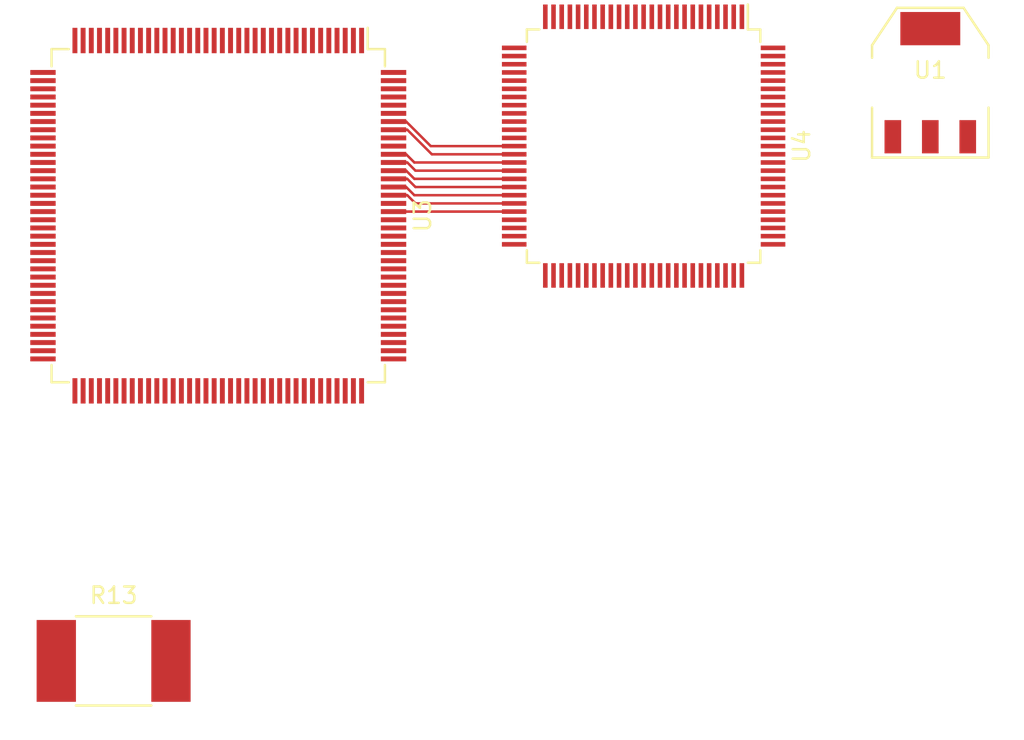
<source format=kicad_pcb>
(kicad_pcb (version 4) (host pcbnew "(2016-02-12 BZR 6554)-stable")

  (general
    (links 126)
    (no_connects 119)
    (area 0 0 0 0)
    (thickness 1.6)
    (drawings 0)
    (tracks 25)
    (zones 0)
    (modules 4)
    (nets 124)
  )

  (page A4)
  (layers
    (0 F.Cu signal)
    (31 B.Cu signal)
    (32 B.Adhes user)
    (33 F.Adhes user)
    (34 B.Paste user)
    (35 F.Paste user)
    (36 B.SilkS user)
    (37 F.SilkS user)
    (38 B.Mask user)
    (39 F.Mask user)
    (40 Dwgs.User user)
    (41 Cmts.User user)
    (42 Eco1.User user)
    (43 Eco2.User user)
    (44 Edge.Cuts user)
    (45 Margin user)
    (46 B.CrtYd user)
    (47 F.CrtYd user)
    (48 B.Fab user)
    (49 F.Fab user)
  )

  (setup
    (last_trace_width 0.153)
    (trace_clearance 0.153)
    (zone_clearance 0.508)
    (zone_45_only no)
    (trace_min 0.153)
    (segment_width 0.2)
    (edge_width 0.1)
    (via_size 0.5)
    (via_drill 0.3)
    (via_min_size 0.4)
    (via_min_drill 0.3)
    (uvia_size 0.3)
    (uvia_drill 0.1)
    (uvias_allowed no)
    (uvia_min_size 0.2)
    (uvia_min_drill 0.1)
    (pcb_text_width 0.3)
    (pcb_text_size 1.5 1.5)
    (mod_edge_width 0.15)
    (mod_text_size 1 1)
    (mod_text_width 0.15)
    (pad_size 1.5 1.5)
    (pad_drill 0.6)
    (pad_to_mask_clearance 0)
    (aux_axis_origin 0 0)
    (visible_elements FFFFFF7F)
    (pcbplotparams
      (layerselection 0x00030_ffffffff)
      (usegerberextensions false)
      (excludeedgelayer true)
      (linewidth 0.100000)
      (plotframeref false)
      (viasonmask false)
      (mode 1)
      (useauxorigin false)
      (hpglpennumber 1)
      (hpglpenspeed 20)
      (hpglpendiameter 15)
      (psnegative false)
      (psa4output false)
      (plotreference true)
      (plotvalue true)
      (plotinvisibletext false)
      (padsonsilk false)
      (subtractmaskfromsilk false)
      (outputformat 1)
      (mirror false)
      (drillshape 1)
      (scaleselection 1)
      (outputdirectory ""))
  )

  (net 0 "")
  (net 1 /FSMC/DA13)
  (net 2 /FSMC/E1_N)
  (net 3 "Net-(C4-Pad1)")
  (net 4 VFPGA33)
  (net 5 GNDD)
  (net 6 "Net-(U3-Pad3)")
  (net 7 "Net-(U3-Pad4)")
  (net 8 "Net-(U3-Pad12)")
  (net 9 "Net-(U3-Pad14)")
  (net 10 +3V3)
  (net 11 +1V2)
  (net 12 "Net-(R2-Pad2)")
  (net 13 "Net-(R3-Pad2)")
  (net 14 "Net-(U3-Pad33)")
  (net 15 "Net-(U3-Pad34)")
  (net 16 "Net-(U3-Pad41)")
  (net 17 "Net-(U3-Pad42)")
  (net 18 "Net-(U3-Pad49)")
  (net 19 "Net-(U3-Pad51)")
  (net 20 "Net-(U3-Pad63)")
  (net 21 "Net-(U3-Pad64)")
  (net 22 "Net-(U3-Pad75)")
  (net 23 "Net-(U3-Pad76)")
  (net 24 "Net-(P3-Pad3)")
  (net 25 "Net-(P3-Pad5)")
  (net 26 "Net-(P3-Pad1)")
  (net 27 "Net-(P3-Pad7)")
  (net 28 "Net-(U3-Pad95)")
  (net 29 "Net-(U3-Pad97)")
  (net 30 "Net-(U3-Pad105)")
  (net 31 "Net-(U3-Pad106)")
  (net 32 /FSMC/A23)
  (net 33 /FSMC/A19)
  (net 34 /FSMC/A20)
  (net 35 /FSMC/A21)
  (net 36 /FSMC/A22)
  (net 37 "Net-(U4-Pad7)")
  (net 38 "Net-(U4-Pad8)")
  (net 39 "Net-(U4-Pad9)")
  (net 40 "Net-(U4-Pad12)")
  (net 41 "Net-(U4-Pad13)")
  (net 42 "Net-(U4-Pad14)")
  (net 43 "Net-(U4-Pad15)")
  (net 44 "Net-(U4-Pad16)")
  (net 45 "Net-(U4-Pad17)")
  (net 46 "Net-(U4-Pad18)")
  (net 47 "Net-(U4-Pad23)")
  (net 48 "Net-(U4-Pad24)")
  (net 49 "Net-(U4-Pad25)")
  (net 50 "Net-(U4-Pad26)")
  (net 51 "Net-(U4-Pad29)")
  (net 52 "Net-(U4-Pad30)")
  (net 53 "Net-(U4-Pad31)")
  (net 54 "Net-(U4-Pad32)")
  (net 55 "Net-(U4-Pad33)")
  (net 56 "Net-(U4-Pad34)")
  (net 57 "Net-(U4-Pad35)")
  (net 58 "Net-(U4-Pad36)")
  (net 59 /FSMC/BOOT1)
  (net 60 /FSMC/DA4)
  (net 61 /FSMC/DA5)
  (net 62 /FSMC/DA6)
  (net 63 /FSMC/DA7)
  (net 64 /FSMC/DA8)
  (net 65 /FSMC/DA9)
  (net 66 /FSMC/DA10)
  (net 67 /FSMC/DA11)
  (net 68 /FSMC/DA12)
  (net 69 "Net-(U4-Pad47)")
  (net 70 "Net-(U4-Pad48)")
  (net 71 "Net-(U4-Pad51)")
  (net 72 "Net-(U4-Pad52)")
  (net 73 "Net-(U4-Pad53)")
  (net 74 "Net-(U4-Pad54)")
  (net 75 /FSMC/DA14)
  (net 76 /FSMC/DA15)
  (net 77 /FSMC/A16)
  (net 78 /FSMC/A17)
  (net 79 /FSMC/A18)
  (net 80 /FSMC/DA0)
  (net 81 /FSMC/DA1)
  (net 82 "Net-(U4-Pad63)")
  (net 83 "Net-(U4-Pad64)")
  (net 84 "Net-(U4-Pad65)")
  (net 85 "Net-(U4-Pad66)")
  (net 86 "Net-(U4-Pad67)")
  (net 87 "Net-(U4-Pad68)")
  (net 88 "Net-(U4-Pad69)")
  (net 89 "Net-(U4-Pad70)")
  (net 90 "Net-(U4-Pad71)")
  (net 91 "Net-(U4-Pad72)")
  (net 92 "Net-(U4-Pad76)")
  (net 93 "Net-(U4-Pad77)")
  (net 94 "Net-(U4-Pad78)")
  (net 95 "Net-(U4-Pad79)")
  (net 96 "Net-(U4-Pad80)")
  (net 97 /FSMC/DA2)
  (net 98 /FSMC/DA3)
  (net 99 "Net-(U4-Pad83)")
  (net 100 /FSMC/CLK)
  (net 101 /FSMC/OE_N)
  (net 102 /FSMC/WE_N)
  (net 103 /FSMC/WAIT_N)
  (net 104 /FSMC/JTDO)
  (net 105 /FSMC/JRST_N)
  (net 106 "Net-(U4-Pad91)")
  (net 107 "Net-(U4-Pad92)")
  (net 108 /FSMC/ADV_N)
  (net 109 "Net-(U4-Pad94)")
  (net 110 "Net-(U4-Pad95)")
  (net 111 "Net-(U4-Pad96)")
  (net 112 /FSMC/BL0_N)
  (net 113 /FSMC/BL1_N)
  (net 114 /FSMC/B7)
  (net 115 /FSMC/B6)
  (net 116 /FSMC/B5)
  (net 117 /FSMC/B4)
  (net 118 /FSMC/B3)
  (net 119 /FSMC/B2)
  (net 120 VSTM33)
  (net 121 GND)
  (net 122 /powersupply/VCAP1)
  (net 123 /powersupply/VCAP2)

  (net_class Default "This is the default net class."
    (clearance 0.153)
    (trace_width 0.153)
    (via_dia 0.5)
    (via_drill 0.3)
    (uvia_dia 0.3)
    (uvia_drill 0.1)
    (add_net +1V2)
    (add_net +3V3)
    (add_net /FSMC/A16)
    (add_net /FSMC/A17)
    (add_net /FSMC/A18)
    (add_net /FSMC/A19)
    (add_net /FSMC/A20)
    (add_net /FSMC/A21)
    (add_net /FSMC/A22)
    (add_net /FSMC/A23)
    (add_net /FSMC/ADV_N)
    (add_net /FSMC/B2)
    (add_net /FSMC/B3)
    (add_net /FSMC/B4)
    (add_net /FSMC/B5)
    (add_net /FSMC/B6)
    (add_net /FSMC/B7)
    (add_net /FSMC/BL0_N)
    (add_net /FSMC/BL1_N)
    (add_net /FSMC/BOOT1)
    (add_net /FSMC/CLK)
    (add_net /FSMC/DA0)
    (add_net /FSMC/DA1)
    (add_net /FSMC/DA10)
    (add_net /FSMC/DA11)
    (add_net /FSMC/DA12)
    (add_net /FSMC/DA13)
    (add_net /FSMC/DA14)
    (add_net /FSMC/DA15)
    (add_net /FSMC/DA2)
    (add_net /FSMC/DA3)
    (add_net /FSMC/DA4)
    (add_net /FSMC/DA5)
    (add_net /FSMC/DA6)
    (add_net /FSMC/DA7)
    (add_net /FSMC/DA8)
    (add_net /FSMC/DA9)
    (add_net /FSMC/E1_N)
    (add_net /FSMC/JRST_N)
    (add_net /FSMC/JTDO)
    (add_net /FSMC/OE_N)
    (add_net /FSMC/WAIT_N)
    (add_net /FSMC/WE_N)
    (add_net /powersupply/VCAP1)
    (add_net /powersupply/VCAP2)
    (add_net GND)
    (add_net GNDD)
    (add_net "Net-(C4-Pad1)")
    (add_net "Net-(P3-Pad1)")
    (add_net "Net-(P3-Pad3)")
    (add_net "Net-(P3-Pad5)")
    (add_net "Net-(P3-Pad7)")
    (add_net "Net-(R2-Pad2)")
    (add_net "Net-(R3-Pad2)")
    (add_net "Net-(U3-Pad105)")
    (add_net "Net-(U3-Pad106)")
    (add_net "Net-(U3-Pad12)")
    (add_net "Net-(U3-Pad14)")
    (add_net "Net-(U3-Pad3)")
    (add_net "Net-(U3-Pad33)")
    (add_net "Net-(U3-Pad34)")
    (add_net "Net-(U3-Pad4)")
    (add_net "Net-(U3-Pad41)")
    (add_net "Net-(U3-Pad42)")
    (add_net "Net-(U3-Pad49)")
    (add_net "Net-(U3-Pad51)")
    (add_net "Net-(U3-Pad63)")
    (add_net "Net-(U3-Pad64)")
    (add_net "Net-(U3-Pad75)")
    (add_net "Net-(U3-Pad76)")
    (add_net "Net-(U3-Pad95)")
    (add_net "Net-(U3-Pad97)")
    (add_net "Net-(U4-Pad12)")
    (add_net "Net-(U4-Pad13)")
    (add_net "Net-(U4-Pad14)")
    (add_net "Net-(U4-Pad15)")
    (add_net "Net-(U4-Pad16)")
    (add_net "Net-(U4-Pad17)")
    (add_net "Net-(U4-Pad18)")
    (add_net "Net-(U4-Pad23)")
    (add_net "Net-(U4-Pad24)")
    (add_net "Net-(U4-Pad25)")
    (add_net "Net-(U4-Pad26)")
    (add_net "Net-(U4-Pad29)")
    (add_net "Net-(U4-Pad30)")
    (add_net "Net-(U4-Pad31)")
    (add_net "Net-(U4-Pad32)")
    (add_net "Net-(U4-Pad33)")
    (add_net "Net-(U4-Pad34)")
    (add_net "Net-(U4-Pad35)")
    (add_net "Net-(U4-Pad36)")
    (add_net "Net-(U4-Pad47)")
    (add_net "Net-(U4-Pad48)")
    (add_net "Net-(U4-Pad51)")
    (add_net "Net-(U4-Pad52)")
    (add_net "Net-(U4-Pad53)")
    (add_net "Net-(U4-Pad54)")
    (add_net "Net-(U4-Pad63)")
    (add_net "Net-(U4-Pad64)")
    (add_net "Net-(U4-Pad65)")
    (add_net "Net-(U4-Pad66)")
    (add_net "Net-(U4-Pad67)")
    (add_net "Net-(U4-Pad68)")
    (add_net "Net-(U4-Pad69)")
    (add_net "Net-(U4-Pad7)")
    (add_net "Net-(U4-Pad70)")
    (add_net "Net-(U4-Pad71)")
    (add_net "Net-(U4-Pad72)")
    (add_net "Net-(U4-Pad76)")
    (add_net "Net-(U4-Pad77)")
    (add_net "Net-(U4-Pad78)")
    (add_net "Net-(U4-Pad79)")
    (add_net "Net-(U4-Pad8)")
    (add_net "Net-(U4-Pad80)")
    (add_net "Net-(U4-Pad83)")
    (add_net "Net-(U4-Pad9)")
    (add_net "Net-(U4-Pad91)")
    (add_net "Net-(U4-Pad92)")
    (add_net "Net-(U4-Pad94)")
    (add_net "Net-(U4-Pad95)")
    (add_net "Net-(U4-Pad96)")
    (add_net VFPGA33)
    (add_net VSTM33)
  )

  (module Housings_QFP:LQFP-144_20x20mm_Pitch0.5mm (layer F.Cu) (tedit 54130A77) (tstamp 56C45027)
    (at 136.366 70.354 270)
    (descr "144-Lead Plastic Low Profile Quad Flatpack (PL) - 20x20x1.40 mm Body [LQFP], 2.00 mm Footprint (see Microchip Packaging Specification 00000049BS.pdf)")
    (tags "QFP 0.5")
    (path /563244F7/56323459)
    (attr smd)
    (fp_text reference U3 (at 0 -12.475 270) (layer F.SilkS)
      (effects (font (size 1 1) (thickness 0.15)))
    )
    (fp_text value LFXP2-5E-6TN144C (at 0 12.475 270) (layer F.Fab)
      (effects (font (size 1 1) (thickness 0.15)))
    )
    (fp_line (start -11.75 -11.75) (end -11.75 11.75) (layer F.CrtYd) (width 0.05))
    (fp_line (start 11.75 -11.75) (end 11.75 11.75) (layer F.CrtYd) (width 0.05))
    (fp_line (start -11.75 -11.75) (end 11.75 -11.75) (layer F.CrtYd) (width 0.05))
    (fp_line (start -11.75 11.75) (end 11.75 11.75) (layer F.CrtYd) (width 0.05))
    (fp_line (start -10.175 -10.175) (end -10.175 -9.125) (layer F.SilkS) (width 0.15))
    (fp_line (start 10.175 -10.175) (end 10.175 -9.125) (layer F.SilkS) (width 0.15))
    (fp_line (start 10.175 10.175) (end 10.175 9.125) (layer F.SilkS) (width 0.15))
    (fp_line (start -10.175 10.175) (end -10.175 9.125) (layer F.SilkS) (width 0.15))
    (fp_line (start -10.175 -10.175) (end -9.125 -10.175) (layer F.SilkS) (width 0.15))
    (fp_line (start -10.175 10.175) (end -9.125 10.175) (layer F.SilkS) (width 0.15))
    (fp_line (start 10.175 10.175) (end 9.125 10.175) (layer F.SilkS) (width 0.15))
    (fp_line (start 10.175 -10.175) (end 9.125 -10.175) (layer F.SilkS) (width 0.15))
    (fp_line (start -10.175 -9.125) (end -11.475 -9.125) (layer F.SilkS) (width 0.15))
    (pad 1 smd rect (at -10.7 -8.75 270) (size 1.55 0.3) (layers F.Cu F.Paste F.Mask)
      (net 114 /FSMC/B7))
    (pad 2 smd rect (at -10.7 -8.25 270) (size 1.55 0.3) (layers F.Cu F.Paste F.Mask)
      (net 114 /FSMC/B7))
    (pad 3 smd rect (at -10.7 -7.75 270) (size 1.55 0.3) (layers F.Cu F.Paste F.Mask)
      (net 6 "Net-(U3-Pad3)"))
    (pad 4 smd rect (at -10.7 -7.25 270) (size 1.55 0.3) (layers F.Cu F.Paste F.Mask)
      (net 7 "Net-(U3-Pad4)"))
    (pad 5 smd rect (at -10.7 -6.75 270) (size 1.55 0.3) (layers F.Cu F.Paste F.Mask)
      (net 114 /FSMC/B7))
    (pad 6 smd rect (at -10.7 -6.25 270) (size 1.55 0.3) (layers F.Cu F.Paste F.Mask)
      (net 114 /FSMC/B7))
    (pad 7 smd rect (at -10.7 -5.75 270) (size 1.55 0.3) (layers F.Cu F.Paste F.Mask)
      (net 114 /FSMC/B7))
    (pad 8 smd rect (at -10.7 -5.25 270) (size 1.55 0.3) (layers F.Cu F.Paste F.Mask)
      (net 114 /FSMC/B7))
    (pad 9 smd rect (at -10.7 -4.75 270) (size 1.55 0.3) (layers F.Cu F.Paste F.Mask)
      (net 114 /FSMC/B7))
    (pad 10 smd rect (at -10.7 -4.25 270) (size 1.55 0.3) (layers F.Cu F.Paste F.Mask)
      (net 114 /FSMC/B7))
    (pad 11 smd rect (at -10.7 -3.75 270) (size 1.55 0.3) (layers F.Cu F.Paste F.Mask)
      (net 114 /FSMC/B7))
    (pad 12 smd rect (at -10.7 -3.25 270) (size 1.55 0.3) (layers F.Cu F.Paste F.Mask)
      (net 8 "Net-(U3-Pad12)"))
    (pad 13 smd rect (at -10.7 -2.75 270) (size 1.55 0.3) (layers F.Cu F.Paste F.Mask)
      (net 114 /FSMC/B7))
    (pad 14 smd rect (at -10.7 -2.25 270) (size 1.55 0.3) (layers F.Cu F.Paste F.Mask)
      (net 9 "Net-(U3-Pad14)"))
    (pad 15 smd rect (at -10.7 -1.75 270) (size 1.55 0.3) (layers F.Cu F.Paste F.Mask)
      (net 114 /FSMC/B7))
    (pad 16 smd rect (at -10.7 -1.25 270) (size 1.55 0.3) (layers F.Cu F.Paste F.Mask)
      (net 114 /FSMC/B7))
    (pad 17 smd rect (at -10.7 -0.75 270) (size 1.55 0.3) (layers F.Cu F.Paste F.Mask)
      (net 114 /FSMC/B7))
    (pad 18 smd rect (at -10.7 -0.25 270) (size 1.55 0.3) (layers F.Cu F.Paste F.Mask)
      (net 114 /FSMC/B7))
    (pad 19 smd rect (at -10.7 0.25 270) (size 1.55 0.3) (layers F.Cu F.Paste F.Mask)
      (net 114 /FSMC/B7))
    (pad 20 smd rect (at -10.7 0.75 270) (size 1.55 0.3) (layers F.Cu F.Paste F.Mask)
      (net 114 /FSMC/B7))
    (pad 21 smd rect (at -10.7 1.25 270) (size 1.55 0.3) (layers F.Cu F.Paste F.Mask)
      (net 114 /FSMC/B7))
    (pad 22 smd rect (at -10.7 1.75 270) (size 1.55 0.3) (layers F.Cu F.Paste F.Mask)
      (net 114 /FSMC/B7))
    (pad 23 smd rect (at -10.7 2.25 270) (size 1.55 0.3) (layers F.Cu F.Paste F.Mask)
      (net 10 +3V3))
    (pad 24 smd rect (at -10.7 2.75 270) (size 1.55 0.3) (layers F.Cu F.Paste F.Mask)
      (net 11 +1V2))
    (pad 25 smd rect (at -10.7 3.25 270) (size 1.55 0.3) (layers F.Cu F.Paste F.Mask)
      (net 12 "Net-(R2-Pad2)"))
    (pad 26 smd rect (at -10.7 3.75 270) (size 1.55 0.3) (layers F.Cu F.Paste F.Mask)
      (net 13 "Net-(R3-Pad2)"))
    (pad 27 smd rect (at -10.7 4.25 270) (size 1.55 0.3) (layers F.Cu F.Paste F.Mask)
      (net 115 /FSMC/B6))
    (pad 28 smd rect (at -10.7 4.75 270) (size 1.55 0.3) (layers F.Cu F.Paste F.Mask)
      (net 115 /FSMC/B6))
    (pad 29 smd rect (at -10.7 5.25 270) (size 1.55 0.3) (layers F.Cu F.Paste F.Mask)
      (net 115 /FSMC/B6))
    (pad 30 smd rect (at -10.7 5.75 270) (size 1.55 0.3) (layers F.Cu F.Paste F.Mask)
      (net 115 /FSMC/B6))
    (pad 31 smd rect (at -10.7 6.25 270) (size 1.55 0.3) (layers F.Cu F.Paste F.Mask)
      (net 115 /FSMC/B6))
    (pad 32 smd rect (at -10.7 6.75 270) (size 1.55 0.3) (layers F.Cu F.Paste F.Mask)
      (net 115 /FSMC/B6))
    (pad 33 smd rect (at -10.7 7.25 270) (size 1.55 0.3) (layers F.Cu F.Paste F.Mask)
      (net 14 "Net-(U3-Pad33)"))
    (pad 34 smd rect (at -10.7 7.75 270) (size 1.55 0.3) (layers F.Cu F.Paste F.Mask)
      (net 15 "Net-(U3-Pad34)"))
    (pad 35 smd rect (at -10.7 8.25 270) (size 1.55 0.3) (layers F.Cu F.Paste F.Mask)
      (net 115 /FSMC/B6))
    (pad 36 smd rect (at -10.7 8.75 270) (size 1.55 0.3) (layers F.Cu F.Paste F.Mask)
      (net 115 /FSMC/B6))
    (pad 37 smd rect (at -8.75 10.7) (size 1.55 0.3) (layers F.Cu F.Paste F.Mask)
      (net 116 /FSMC/B5))
    (pad 38 smd rect (at -8.25 10.7) (size 1.55 0.3) (layers F.Cu F.Paste F.Mask)
      (net 116 /FSMC/B5))
    (pad 39 smd rect (at -7.75 10.7) (size 1.55 0.3) (layers F.Cu F.Paste F.Mask)
      (net 116 /FSMC/B5))
    (pad 40 smd rect (at -7.25 10.7) (size 1.55 0.3) (layers F.Cu F.Paste F.Mask)
      (net 116 /FSMC/B5))
    (pad 41 smd rect (at -6.75 10.7) (size 1.55 0.3) (layers F.Cu F.Paste F.Mask)
      (net 16 "Net-(U3-Pad41)"))
    (pad 42 smd rect (at -6.25 10.7) (size 1.55 0.3) (layers F.Cu F.Paste F.Mask)
      (net 17 "Net-(U3-Pad42)"))
    (pad 43 smd rect (at -5.75 10.7) (size 1.55 0.3) (layers F.Cu F.Paste F.Mask)
      (net 116 /FSMC/B5))
    (pad 44 smd rect (at -5.25 10.7) (size 1.55 0.3) (layers F.Cu F.Paste F.Mask)
      (net 116 /FSMC/B5))
    (pad 45 smd rect (at -4.75 10.7) (size 1.55 0.3) (layers F.Cu F.Paste F.Mask)
      (net 116 /FSMC/B5))
    (pad 46 smd rect (at -4.25 10.7) (size 1.55 0.3) (layers F.Cu F.Paste F.Mask)
      (net 116 /FSMC/B5))
    (pad 47 smd rect (at -3.75 10.7) (size 1.55 0.3) (layers F.Cu F.Paste F.Mask)
      (net 116 /FSMC/B5))
    (pad 48 smd rect (at -3.25 10.7) (size 1.55 0.3) (layers F.Cu F.Paste F.Mask)
      (net 116 /FSMC/B5))
    (pad 49 smd rect (at -2.75 10.7) (size 1.55 0.3) (layers F.Cu F.Paste F.Mask)
      (net 18 "Net-(U3-Pad49)"))
    (pad 50 smd rect (at -2.25 10.7) (size 1.55 0.3) (layers F.Cu F.Paste F.Mask)
      (net 116 /FSMC/B5))
    (pad 51 smd rect (at -1.75 10.7) (size 1.55 0.3) (layers F.Cu F.Paste F.Mask)
      (net 19 "Net-(U3-Pad51)"))
    (pad 52 smd rect (at -1.25 10.7) (size 1.55 0.3) (layers F.Cu F.Paste F.Mask)
      (net 116 /FSMC/B5))
    (pad 53 smd rect (at -0.75 10.7) (size 1.55 0.3) (layers F.Cu F.Paste F.Mask)
      (net 116 /FSMC/B5))
    (pad 54 smd rect (at -0.25 10.7) (size 1.55 0.3) (layers F.Cu F.Paste F.Mask)
      (net 116 /FSMC/B5))
    (pad 55 smd rect (at 0.25 10.7) (size 1.55 0.3) (layers F.Cu F.Paste F.Mask)
      (net 116 /FSMC/B5))
    (pad 56 smd rect (at 0.75 10.7) (size 1.55 0.3) (layers F.Cu F.Paste F.Mask)
      (net 116 /FSMC/B5))
    (pad 57 smd rect (at 1.25 10.7) (size 1.55 0.3) (layers F.Cu F.Paste F.Mask)
      (net 116 /FSMC/B5))
    (pad 58 smd rect (at 1.75 10.7) (size 1.55 0.3) (layers F.Cu F.Paste F.Mask)
      (net 116 /FSMC/B5))
    (pad 59 smd rect (at 2.25 10.7) (size 1.55 0.3) (layers F.Cu F.Paste F.Mask)
      (net 11 +1V2))
    (pad 60 smd rect (at 2.75 10.7) (size 1.55 0.3) (layers F.Cu F.Paste F.Mask)
      (net 10 +3V3))
    (pad 61 smd rect (at 3.25 10.7) (size 1.55 0.3) (layers F.Cu F.Paste F.Mask)
      (net 117 /FSMC/B4))
    (pad 62 smd rect (at 3.75 10.7) (size 1.55 0.3) (layers F.Cu F.Paste F.Mask)
      (net 117 /FSMC/B4))
    (pad 63 smd rect (at 4.25 10.7) (size 1.55 0.3) (layers F.Cu F.Paste F.Mask)
      (net 20 "Net-(U3-Pad63)"))
    (pad 64 smd rect (at 4.75 10.7) (size 1.55 0.3) (layers F.Cu F.Paste F.Mask)
      (net 21 "Net-(U3-Pad64)"))
    (pad 65 smd rect (at 5.25 10.7) (size 1.55 0.3) (layers F.Cu F.Paste F.Mask)
      (net 117 /FSMC/B4))
    (pad 66 smd rect (at 5.75 10.7) (size 1.55 0.3) (layers F.Cu F.Paste F.Mask)
      (net 117 /FSMC/B4))
    (pad 67 smd rect (at 6.25 10.7) (size 1.55 0.3) (layers F.Cu F.Paste F.Mask)
      (net 10 +3V3))
    (pad 68 smd rect (at 6.75 10.7) (size 1.55 0.3) (layers F.Cu F.Paste F.Mask)
      (net 5 GNDD))
    (pad 69 smd rect (at 7.25 10.7) (size 1.55 0.3) (layers F.Cu F.Paste F.Mask)
      (net 117 /FSMC/B4))
    (pad 70 smd rect (at 7.75 10.7) (size 1.55 0.3) (layers F.Cu F.Paste F.Mask)
      (net 117 /FSMC/B4))
    (pad 71 smd rect (at 8.25 10.7) (size 1.55 0.3) (layers F.Cu F.Paste F.Mask)
      (net 117 /FSMC/B4))
    (pad 72 smd rect (at 8.75 10.7) (size 1.55 0.3) (layers F.Cu F.Paste F.Mask)
      (net 117 /FSMC/B4))
    (pad 73 smd rect (at 10.7 8.75 270) (size 1.55 0.3) (layers F.Cu F.Paste F.Mask)
      (net 118 /FSMC/B3))
    (pad 74 smd rect (at 10.7 8.25 270) (size 1.55 0.3) (layers F.Cu F.Paste F.Mask)
      (net 118 /FSMC/B3))
    (pad 75 smd rect (at 10.7 7.75 270) (size 1.55 0.3) (layers F.Cu F.Paste F.Mask)
      (net 22 "Net-(U3-Pad75)"))
    (pad 76 smd rect (at 10.7 7.25 270) (size 1.55 0.3) (layers F.Cu F.Paste F.Mask)
      (net 23 "Net-(U3-Pad76)"))
    (pad 77 smd rect (at 10.7 6.75 270) (size 1.55 0.3) (layers F.Cu F.Paste F.Mask)
      (net 118 /FSMC/B3))
    (pad 78 smd rect (at 10.7 6.25 270) (size 1.55 0.3) (layers F.Cu F.Paste F.Mask)
      (net 118 /FSMC/B3))
    (pad 79 smd rect (at 10.7 5.75 270) (size 1.55 0.3) (layers F.Cu F.Paste F.Mask)
      (net 24 "Net-(P3-Pad3)"))
    (pad 80 smd rect (at 10.7 5.25 270) (size 1.55 0.3) (layers F.Cu F.Paste F.Mask)
      (net 25 "Net-(P3-Pad5)"))
    (pad 81 smd rect (at 10.7 4.75 270) (size 1.55 0.3) (layers F.Cu F.Paste F.Mask)
      (net 26 "Net-(P3-Pad1)"))
    (pad 82 smd rect (at 10.7 4.25 270) (size 1.55 0.3) (layers F.Cu F.Paste F.Mask)
      (net 27 "Net-(P3-Pad7)"))
    (pad 83 smd rect (at 10.7 3.75 270) (size 1.55 0.3) (layers F.Cu F.Paste F.Mask)
      (net 10 +3V3))
    (pad 84 smd rect (at 10.7 3.25 270) (size 1.55 0.3) (layers F.Cu F.Paste F.Mask)
      (net 11 +1V2))
    (pad 85 smd rect (at 10.7 2.75 270) (size 1.55 0.3) (layers F.Cu F.Paste F.Mask)
      (net 10 +3V3))
    (pad 86 smd rect (at 10.7 2.25 270) (size 1.55 0.3) (layers F.Cu F.Paste F.Mask)
      (net 5 GNDD))
    (pad 87 smd rect (at 10.7 1.75 270) (size 1.55 0.3) (layers F.Cu F.Paste F.Mask)
      (net 119 /FSMC/B2))
    (pad 88 smd rect (at 10.7 1.25 270) (size 1.55 0.3) (layers F.Cu F.Paste F.Mask)
      (net 119 /FSMC/B2))
    (pad 89 smd rect (at 10.7 0.75 270) (size 1.55 0.3) (layers F.Cu F.Paste F.Mask)
      (net 119 /FSMC/B2))
    (pad 90 smd rect (at 10.7 0.25 270) (size 1.55 0.3) (layers F.Cu F.Paste F.Mask)
      (net 119 /FSMC/B2))
    (pad 91 smd rect (at 10.7 -0.25 270) (size 1.55 0.3) (layers F.Cu F.Paste F.Mask)
      (net 119 /FSMC/B2))
    (pad 92 smd rect (at 10.7 -0.75 270) (size 1.55 0.3) (layers F.Cu F.Paste F.Mask)
      (net 119 /FSMC/B2))
    (pad 93 smd rect (at 10.7 -1.25 270) (size 1.55 0.3) (layers F.Cu F.Paste F.Mask)
      (net 119 /FSMC/B2))
    (pad 94 smd rect (at 10.7 -1.75 270) (size 1.55 0.3) (layers F.Cu F.Paste F.Mask)
      (net 119 /FSMC/B2))
    (pad 95 smd rect (at 10.7 -2.25 270) (size 1.55 0.3) (layers F.Cu F.Paste F.Mask)
      (net 28 "Net-(U3-Pad95)"))
    (pad 96 smd rect (at 10.7 -2.75 270) (size 1.55 0.3) (layers F.Cu F.Paste F.Mask)
      (net 119 /FSMC/B2))
    (pad 97 smd rect (at 10.7 -3.25 270) (size 1.55 0.3) (layers F.Cu F.Paste F.Mask)
      (net 29 "Net-(U3-Pad97)"))
    (pad 98 smd rect (at 10.7 -3.75 270) (size 1.55 0.3) (layers F.Cu F.Paste F.Mask)
      (net 119 /FSMC/B2))
    (pad 99 smd rect (at 10.7 -4.25 270) (size 1.55 0.3) (layers F.Cu F.Paste F.Mask)
      (net 119 /FSMC/B2))
    (pad 100 smd rect (at 10.7 -4.75 270) (size 1.55 0.3) (layers F.Cu F.Paste F.Mask)
      (net 119 /FSMC/B2))
    (pad 101 smd rect (at 10.7 -5.25 270) (size 1.55 0.3) (layers F.Cu F.Paste F.Mask)
      (net 119 /FSMC/B2))
    (pad 102 smd rect (at 10.7 -5.75 270) (size 1.55 0.3) (layers F.Cu F.Paste F.Mask)
      (net 119 /FSMC/B2))
    (pad 103 smd rect (at 10.7 -6.25 270) (size 1.55 0.3) (layers F.Cu F.Paste F.Mask)
      (net 119 /FSMC/B2))
    (pad 104 smd rect (at 10.7 -6.75 270) (size 1.55 0.3) (layers F.Cu F.Paste F.Mask)
      (net 119 /FSMC/B2))
    (pad 105 smd rect (at 10.7 -7.25 270) (size 1.55 0.3) (layers F.Cu F.Paste F.Mask)
      (net 30 "Net-(U3-Pad105)"))
    (pad 106 smd rect (at 10.7 -7.75 270) (size 1.55 0.3) (layers F.Cu F.Paste F.Mask)
      (net 31 "Net-(U3-Pad106)"))
    (pad 107 smd rect (at 10.7 -8.25 270) (size 1.55 0.3) (layers F.Cu F.Paste F.Mask)
      (net 119 /FSMC/B2))
    (pad 108 smd rect (at 10.7 -8.75 270) (size 1.55 0.3) (layers F.Cu F.Paste F.Mask)
      (net 119 /FSMC/B2))
    (pad 109 smd rect (at 8.75 -10.7) (size 1.55 0.3) (layers F.Cu F.Paste F.Mask)
      (net 108 /FSMC/ADV_N))
    (pad 110 smd rect (at 8.25 -10.7) (size 1.55 0.3) (layers F.Cu F.Paste F.Mask)
      (net 2 /FSMC/E1_N))
    (pad 111 smd rect (at 7.75 -10.7) (size 1.55 0.3) (layers F.Cu F.Paste F.Mask)
      (net 121 GND))
    (pad 112 smd rect (at 7.25 -10.7) (size 1.55 0.3) (layers F.Cu F.Paste F.Mask)
      (net 4 VFPGA33))
    (pad 113 smd rect (at 6.75 -10.7) (size 1.55 0.3) (layers F.Cu F.Paste F.Mask)
      (net 103 /FSMC/WAIT_N))
    (pad 114 smd rect (at 6.25 -10.7) (size 1.55 0.3) (layers F.Cu F.Paste F.Mask)
      (net 102 /FSMC/WE_N))
    (pad 115 smd rect (at 5.75 -10.7) (size 1.55 0.3) (layers F.Cu F.Paste F.Mask)
      (net 101 /FSMC/OE_N))
    (pad 116 smd rect (at 5.25 -10.7) (size 1.55 0.3) (layers F.Cu F.Paste F.Mask)
      (net 100 /FSMC/CLK))
    (pad 117 smd rect (at 4.75 -10.7) (size 1.55 0.3) (layers F.Cu F.Paste F.Mask)
      (net 10 +3V3))
    (pad 118 smd rect (at 4.25 -10.7) (size 1.55 0.3) (layers F.Cu F.Paste F.Mask)
      (net 11 +1V2))
    (pad 119 smd rect (at 3.75 -10.7) (size 1.55 0.3) (layers F.Cu F.Paste F.Mask)
      (net 81 /FSMC/DA1))
    (pad 120 smd rect (at 3.25 -10.7) (size 1.55 0.3) (layers F.Cu F.Paste F.Mask)
      (net 80 /FSMC/DA0))
    (pad 121 smd rect (at 2.75 -10.7) (size 1.55 0.3) (layers F.Cu F.Paste F.Mask)
      (net 97 /FSMC/DA2))
    (pad 122 smd rect (at 2.25 -10.7) (size 1.55 0.3) (layers F.Cu F.Paste F.Mask)
      (net 98 /FSMC/DA3))
    (pad 123 smd rect (at 1.75 -10.7) (size 1.55 0.3) (layers F.Cu F.Paste F.Mask)
      (net 76 /FSMC/DA15))
    (pad 124 smd rect (at 1.25 -10.7) (size 1.55 0.3) (layers F.Cu F.Paste F.Mask)
      (net 75 /FSMC/DA14))
    (pad 125 smd rect (at 0.75 -10.7) (size 1.55 0.3) (layers F.Cu F.Paste F.Mask)
      (net 1 /FSMC/DA13))
    (pad 126 smd rect (at 0.25 -10.7) (size 1.55 0.3) (layers F.Cu F.Paste F.Mask)
      (net 121 GND))
    (pad 127 smd rect (at -0.25 -10.7) (size 1.55 0.3) (layers F.Cu F.Paste F.Mask)
      (net 68 /FSMC/DA12))
    (pad 128 smd rect (at -0.75 -10.7) (size 1.55 0.3) (layers F.Cu F.Paste F.Mask)
      (net 4 VFPGA33))
    (pad 129 smd rect (at -1.25 -10.7) (size 1.55 0.3) (layers F.Cu F.Paste F.Mask)
      (net 67 /FSMC/DA11))
    (pad 130 smd rect (at -1.75 -10.7) (size 1.55 0.3) (layers F.Cu F.Paste F.Mask)
      (net 66 /FSMC/DA10))
    (pad 131 smd rect (at -2.25 -10.7) (size 1.55 0.3) (layers F.Cu F.Paste F.Mask)
      (net 65 /FSMC/DA9))
    (pad 132 smd rect (at -2.75 -10.7) (size 1.55 0.3) (layers F.Cu F.Paste F.Mask)
      (net 64 /FSMC/DA8))
    (pad 133 smd rect (at -3.25 -10.7) (size 1.55 0.3) (layers F.Cu F.Paste F.Mask)
      (net 63 /FSMC/DA7))
    (pad 134 smd rect (at -3.75 -10.7) (size 1.55 0.3) (layers F.Cu F.Paste F.Mask)
      (net 62 /FSMC/DA6))
    (pad 135 smd rect (at -4.25 -10.7) (size 1.55 0.3) (layers F.Cu F.Paste F.Mask)
      (net 121 GND))
    (pad 136 smd rect (at -4.75 -10.7) (size 1.55 0.3) (layers F.Cu F.Paste F.Mask)
      (net 4 VFPGA33))
    (pad 137 smd rect (at -5.25 -10.7) (size 1.55 0.3) (layers F.Cu F.Paste F.Mask)
      (net 61 /FSMC/DA5))
    (pad 138 smd rect (at -5.75 -10.7) (size 1.55 0.3) (layers F.Cu F.Paste F.Mask)
      (net 60 /FSMC/DA4))
    (pad 139 smd rect (at -6.25 -10.7) (size 1.55 0.3) (layers F.Cu F.Paste F.Mask)
      (net 5 GNDD))
    (pad 140 smd rect (at -6.75 -10.7) (size 1.55 0.3) (layers F.Cu F.Paste F.Mask)
      (net 10 +3V3))
    (pad 141 smd rect (at -7.25 -10.7) (size 1.55 0.3) (layers F.Cu F.Paste F.Mask)
      (net 77 /FSMC/A16))
    (pad 142 smd rect (at -7.75 -10.7) (size 1.55 0.3) (layers F.Cu F.Paste F.Mask)
      (net 78 /FSMC/A17))
    (pad 143 smd rect (at -8.25 -10.7) (size 1.55 0.3) (layers F.Cu F.Paste F.Mask)
      (net 79 /FSMC/A18))
    (pad 144 smd rect (at -8.75 -10.7) (size 1.55 0.3) (layers F.Cu F.Paste F.Mask)
      (net 33 /FSMC/A19))
    (model Housings_QFP.3dshapes/LQFP-144_20x20mm_Pitch0.5mm.wrl
      (at (xyz 0 0 0))
      (scale (xyz 1 1 1))
      (rotate (xyz 0 0 0))
    )
  )

  (module Capacitors_SMD:C_2220_HandSoldering (layer F.Cu) (tedit 541A9D48) (tstamp 56C44F8B)
    (at 129.978905 97.550988)
    (descr "Capacitor SMD 2220, hand soldering")
    (tags "capacitor 2220")
    (path /56C43C85/56C46796)
    (attr smd)
    (fp_text reference R13 (at 0 -4) (layer F.SilkS)
      (effects (font (size 1 1) (thickness 0.15)))
    )
    (fp_text value R (at 0 4) (layer F.Fab)
      (effects (font (size 1 1) (thickness 0.15)))
    )
    (fp_line (start -5 -2.85) (end 5 -2.85) (layer F.CrtYd) (width 0.05))
    (fp_line (start -5 2.85) (end 5 2.85) (layer F.CrtYd) (width 0.05))
    (fp_line (start -5 -2.85) (end -5 2.85) (layer F.CrtYd) (width 0.05))
    (fp_line (start 5 -2.85) (end 5 2.85) (layer F.CrtYd) (width 0.05))
    (fp_line (start 2.3 -2.725) (end -2.3 -2.725) (layer F.SilkS) (width 0.15))
    (fp_line (start -2.3 2.725) (end 2.3 2.725) (layer F.SilkS) (width 0.15))
    (pad 1 smd rect (at -3.5 0) (size 2.4 5) (layers F.Cu F.Paste F.Mask)
      (net 1 /FSMC/DA13))
    (pad 2 smd rect (at 3.5 0) (size 2.4 5) (layers F.Cu F.Paste F.Mask)
      (net 2 /FSMC/E1_N))
    (model Capacitors_SMD.3dshapes/C_2220_HandSoldering.wrl
      (at (xyz 0 0 0))
      (scale (xyz 1 1 1))
      (rotate (xyz 0 0 0))
    )
  )

  (module TO_SOT_Packages_SMD:SOT-223 (layer F.Cu) (tedit 0) (tstamp 56C44F93)
    (at 179.832 62.23)
    (descr "module CMS SOT223 4 pins")
    (tags "CMS SOT")
    (path /563244F7/5632574B)
    (attr smd)
    (fp_text reference U1 (at 0 -0.762) (layer F.SilkS)
      (effects (font (size 1 1) (thickness 0.15)))
    )
    (fp_text value LD1117S12CTR (at 0 0.762) (layer F.Fab)
      (effects (font (size 1 1) (thickness 0.15)))
    )
    (fp_line (start -3.556 1.524) (end -3.556 4.572) (layer F.SilkS) (width 0.15))
    (fp_line (start -3.556 4.572) (end 3.556 4.572) (layer F.SilkS) (width 0.15))
    (fp_line (start 3.556 4.572) (end 3.556 1.524) (layer F.SilkS) (width 0.15))
    (fp_line (start -3.556 -1.524) (end -3.556 -2.286) (layer F.SilkS) (width 0.15))
    (fp_line (start -3.556 -2.286) (end -2.032 -4.572) (layer F.SilkS) (width 0.15))
    (fp_line (start -2.032 -4.572) (end 2.032 -4.572) (layer F.SilkS) (width 0.15))
    (fp_line (start 2.032 -4.572) (end 3.556 -2.286) (layer F.SilkS) (width 0.15))
    (fp_line (start 3.556 -2.286) (end 3.556 -1.524) (layer F.SilkS) (width 0.15))
    (pad 4 smd rect (at 0 -3.302) (size 3.6576 2.032) (layers F.Cu F.Paste F.Mask))
    (pad 2 smd rect (at 0 3.302) (size 1.016 2.032) (layers F.Cu F.Paste F.Mask)
      (net 3 "Net-(C4-Pad1)"))
    (pad 3 smd rect (at 2.286 3.302) (size 1.016 2.032) (layers F.Cu F.Paste F.Mask)
      (net 4 VFPGA33))
    (pad 1 smd rect (at -2.286 3.302) (size 1.016 2.032) (layers F.Cu F.Paste F.Mask)
      (net 5 GNDD))
    (model TO_SOT_Packages_SMD.3dshapes/SOT-223.wrl
      (at (xyz 0 0 0))
      (scale (xyz 0.4 0.4 0.4))
      (rotate (xyz 0 0 0))
    )
  )

  (module Housings_QFP:LQFP-100_14x14mm_Pitch0.5mm (layer F.Cu) (tedit 54130A77) (tstamp 56C4508F)
    (at 162.332 66.104 270)
    (descr "LQFP100: plastic low profile quad flat package; 100 leads; body 14 x 14 x 1.4 mm (see NXP sot407-1_po.pdf and sot407-1_fr.pdf)")
    (tags "QFP 0.5")
    (path /563244F7/56C476C3)
    (attr smd)
    (fp_text reference U4 (at 0 -9.65 270) (layer F.SilkS)
      (effects (font (size 1 1) (thickness 0.15)))
    )
    (fp_text value STM32F407VGT (at 0 9.65 270) (layer F.Fab)
      (effects (font (size 1 1) (thickness 0.15)))
    )
    (fp_line (start -8.9 -8.9) (end -8.9 8.9) (layer F.CrtYd) (width 0.05))
    (fp_line (start 8.9 -8.9) (end 8.9 8.9) (layer F.CrtYd) (width 0.05))
    (fp_line (start -8.9 -8.9) (end 8.9 -8.9) (layer F.CrtYd) (width 0.05))
    (fp_line (start -8.9 8.9) (end 8.9 8.9) (layer F.CrtYd) (width 0.05))
    (fp_line (start -7.125 -7.125) (end -7.125 -6.365) (layer F.SilkS) (width 0.15))
    (fp_line (start 7.125 -7.125) (end 7.125 -6.365) (layer F.SilkS) (width 0.15))
    (fp_line (start 7.125 7.125) (end 7.125 6.365) (layer F.SilkS) (width 0.15))
    (fp_line (start -7.125 7.125) (end -7.125 6.365) (layer F.SilkS) (width 0.15))
    (fp_line (start -7.125 -7.125) (end -6.365 -7.125) (layer F.SilkS) (width 0.15))
    (fp_line (start -7.125 7.125) (end -6.365 7.125) (layer F.SilkS) (width 0.15))
    (fp_line (start 7.125 7.125) (end 6.365 7.125) (layer F.SilkS) (width 0.15))
    (fp_line (start 7.125 -7.125) (end 6.365 -7.125) (layer F.SilkS) (width 0.15))
    (fp_line (start -7.125 -6.365) (end -8.65 -6.365) (layer F.SilkS) (width 0.15))
    (pad 1 smd rect (at -7.9 -6 270) (size 1.5 0.28) (layers F.Cu F.Paste F.Mask)
      (net 32 /FSMC/A23))
    (pad 2 smd rect (at -7.9 -5.5 270) (size 1.5 0.28) (layers F.Cu F.Paste F.Mask)
      (net 33 /FSMC/A19))
    (pad 3 smd rect (at -7.9 -5 270) (size 1.5 0.28) (layers F.Cu F.Paste F.Mask)
      (net 34 /FSMC/A20))
    (pad 4 smd rect (at -7.9 -4.5 270) (size 1.5 0.28) (layers F.Cu F.Paste F.Mask)
      (net 35 /FSMC/A21))
    (pad 5 smd rect (at -7.9 -4 270) (size 1.5 0.28) (layers F.Cu F.Paste F.Mask)
      (net 36 /FSMC/A22))
    (pad 6 smd rect (at -7.9 -3.5 270) (size 1.5 0.28) (layers F.Cu F.Paste F.Mask)
      (net 120 VSTM33))
    (pad 7 smd rect (at -7.9 -3 270) (size 1.5 0.28) (layers F.Cu F.Paste F.Mask)
      (net 37 "Net-(U4-Pad7)"))
    (pad 8 smd rect (at -7.9 -2.5 270) (size 1.5 0.28) (layers F.Cu F.Paste F.Mask)
      (net 38 "Net-(U4-Pad8)"))
    (pad 9 smd rect (at -7.9 -2 270) (size 1.5 0.28) (layers F.Cu F.Paste F.Mask)
      (net 39 "Net-(U4-Pad9)"))
    (pad 10 smd rect (at -7.9 -1.5 270) (size 1.5 0.28) (layers F.Cu F.Paste F.Mask)
      (net 121 GND))
    (pad 11 smd rect (at -7.9 -1 270) (size 1.5 0.28) (layers F.Cu F.Paste F.Mask)
      (net 120 VSTM33))
    (pad 12 smd rect (at -7.9 -0.5 270) (size 1.5 0.28) (layers F.Cu F.Paste F.Mask)
      (net 40 "Net-(U4-Pad12)"))
    (pad 13 smd rect (at -7.9 0 270) (size 1.5 0.28) (layers F.Cu F.Paste F.Mask)
      (net 41 "Net-(U4-Pad13)"))
    (pad 14 smd rect (at -7.9 0.5 270) (size 1.5 0.28) (layers F.Cu F.Paste F.Mask)
      (net 42 "Net-(U4-Pad14)"))
    (pad 15 smd rect (at -7.9 1 270) (size 1.5 0.28) (layers F.Cu F.Paste F.Mask)
      (net 43 "Net-(U4-Pad15)"))
    (pad 16 smd rect (at -7.9 1.5 270) (size 1.5 0.28) (layers F.Cu F.Paste F.Mask)
      (net 44 "Net-(U4-Pad16)"))
    (pad 17 smd rect (at -7.9 2 270) (size 1.5 0.28) (layers F.Cu F.Paste F.Mask)
      (net 45 "Net-(U4-Pad17)"))
    (pad 18 smd rect (at -7.9 2.5 270) (size 1.5 0.28) (layers F.Cu F.Paste F.Mask)
      (net 46 "Net-(U4-Pad18)"))
    (pad 19 smd rect (at -7.9 3 270) (size 1.5 0.28) (layers F.Cu F.Paste F.Mask)
      (net 120 VSTM33))
    (pad 20 smd rect (at -7.9 3.5 270) (size 1.5 0.28) (layers F.Cu F.Paste F.Mask)
      (net 121 GND))
    (pad 21 smd rect (at -7.9 4 270) (size 1.5 0.28) (layers F.Cu F.Paste F.Mask)
      (net 120 VSTM33))
    (pad 22 smd rect (at -7.9 4.5 270) (size 1.5 0.28) (layers F.Cu F.Paste F.Mask)
      (net 120 VSTM33))
    (pad 23 smd rect (at -7.9 5 270) (size 1.5 0.28) (layers F.Cu F.Paste F.Mask)
      (net 47 "Net-(U4-Pad23)"))
    (pad 24 smd rect (at -7.9 5.5 270) (size 1.5 0.28) (layers F.Cu F.Paste F.Mask)
      (net 48 "Net-(U4-Pad24)"))
    (pad 25 smd rect (at -7.9 6 270) (size 1.5 0.28) (layers F.Cu F.Paste F.Mask)
      (net 49 "Net-(U4-Pad25)"))
    (pad 26 smd rect (at -6 7.9) (size 1.5 0.28) (layers F.Cu F.Paste F.Mask)
      (net 50 "Net-(U4-Pad26)"))
    (pad 27 smd rect (at -5.5 7.9) (size 1.5 0.28) (layers F.Cu F.Paste F.Mask)
      (net 121 GND))
    (pad 28 smd rect (at -5 7.9) (size 1.5 0.28) (layers F.Cu F.Paste F.Mask)
      (net 120 VSTM33))
    (pad 29 smd rect (at -4.5 7.9) (size 1.5 0.28) (layers F.Cu F.Paste F.Mask)
      (net 51 "Net-(U4-Pad29)"))
    (pad 30 smd rect (at -4 7.9) (size 1.5 0.28) (layers F.Cu F.Paste F.Mask)
      (net 52 "Net-(U4-Pad30)"))
    (pad 31 smd rect (at -3.5 7.9) (size 1.5 0.28) (layers F.Cu F.Paste F.Mask)
      (net 53 "Net-(U4-Pad31)"))
    (pad 32 smd rect (at -3 7.9) (size 1.5 0.28) (layers F.Cu F.Paste F.Mask)
      (net 54 "Net-(U4-Pad32)"))
    (pad 33 smd rect (at -2.5 7.9) (size 1.5 0.28) (layers F.Cu F.Paste F.Mask)
      (net 55 "Net-(U4-Pad33)"))
    (pad 34 smd rect (at -2 7.9) (size 1.5 0.28) (layers F.Cu F.Paste F.Mask)
      (net 56 "Net-(U4-Pad34)"))
    (pad 35 smd rect (at -1.5 7.9) (size 1.5 0.28) (layers F.Cu F.Paste F.Mask)
      (net 57 "Net-(U4-Pad35)"))
    (pad 36 smd rect (at -1 7.9) (size 1.5 0.28) (layers F.Cu F.Paste F.Mask)
      (net 58 "Net-(U4-Pad36)"))
    (pad 37 smd rect (at -0.5 7.9) (size 1.5 0.28) (layers F.Cu F.Paste F.Mask)
      (net 59 /FSMC/BOOT1))
    (pad 38 smd rect (at 0 7.9) (size 1.5 0.28) (layers F.Cu F.Paste F.Mask)
      (net 60 /FSMC/DA4))
    (pad 39 smd rect (at 0.5 7.9) (size 1.5 0.28) (layers F.Cu F.Paste F.Mask)
      (net 61 /FSMC/DA5))
    (pad 40 smd rect (at 1 7.9) (size 1.5 0.28) (layers F.Cu F.Paste F.Mask)
      (net 62 /FSMC/DA6))
    (pad 41 smd rect (at 1.5 7.9) (size 1.5 0.28) (layers F.Cu F.Paste F.Mask)
      (net 63 /FSMC/DA7))
    (pad 42 smd rect (at 2 7.9) (size 1.5 0.28) (layers F.Cu F.Paste F.Mask)
      (net 64 /FSMC/DA8))
    (pad 43 smd rect (at 2.5 7.9) (size 1.5 0.28) (layers F.Cu F.Paste F.Mask)
      (net 65 /FSMC/DA9))
    (pad 44 smd rect (at 3 7.9) (size 1.5 0.28) (layers F.Cu F.Paste F.Mask)
      (net 66 /FSMC/DA10))
    (pad 45 smd rect (at 3.5 7.9) (size 1.5 0.28) (layers F.Cu F.Paste F.Mask)
      (net 67 /FSMC/DA11))
    (pad 46 smd rect (at 4 7.9) (size 1.5 0.28) (layers F.Cu F.Paste F.Mask)
      (net 68 /FSMC/DA12))
    (pad 47 smd rect (at 4.5 7.9) (size 1.5 0.28) (layers F.Cu F.Paste F.Mask)
      (net 69 "Net-(U4-Pad47)"))
    (pad 48 smd rect (at 5 7.9) (size 1.5 0.28) (layers F.Cu F.Paste F.Mask)
      (net 70 "Net-(U4-Pad48)"))
    (pad 49 smd rect (at 5.5 7.9) (size 1.5 0.28) (layers F.Cu F.Paste F.Mask)
      (net 122 /powersupply/VCAP1))
    (pad 50 smd rect (at 6 7.9) (size 1.5 0.28) (layers F.Cu F.Paste F.Mask)
      (net 120 VSTM33))
    (pad 51 smd rect (at 7.9 6 270) (size 1.5 0.28) (layers F.Cu F.Paste F.Mask)
      (net 71 "Net-(U4-Pad51)"))
    (pad 52 smd rect (at 7.9 5.5 270) (size 1.5 0.28) (layers F.Cu F.Paste F.Mask)
      (net 72 "Net-(U4-Pad52)"))
    (pad 53 smd rect (at 7.9 5 270) (size 1.5 0.28) (layers F.Cu F.Paste F.Mask)
      (net 73 "Net-(U4-Pad53)"))
    (pad 54 smd rect (at 7.9 4.5 270) (size 1.5 0.28) (layers F.Cu F.Paste F.Mask)
      (net 74 "Net-(U4-Pad54)"))
    (pad 55 smd rect (at 7.9 4 270) (size 1.5 0.28) (layers F.Cu F.Paste F.Mask)
      (net 1 /FSMC/DA13))
    (pad 56 smd rect (at 7.9 3.5 270) (size 1.5 0.28) (layers F.Cu F.Paste F.Mask)
      (net 75 /FSMC/DA14))
    (pad 57 smd rect (at 7.9 3 270) (size 1.5 0.28) (layers F.Cu F.Paste F.Mask)
      (net 76 /FSMC/DA15))
    (pad 58 smd rect (at 7.9 2.5 270) (size 1.5 0.28) (layers F.Cu F.Paste F.Mask)
      (net 77 /FSMC/A16))
    (pad 59 smd rect (at 7.9 2 270) (size 1.5 0.28) (layers F.Cu F.Paste F.Mask)
      (net 78 /FSMC/A17))
    (pad 60 smd rect (at 7.9 1.5 270) (size 1.5 0.28) (layers F.Cu F.Paste F.Mask)
      (net 79 /FSMC/A18))
    (pad 61 smd rect (at 7.9 1 270) (size 1.5 0.28) (layers F.Cu F.Paste F.Mask)
      (net 80 /FSMC/DA0))
    (pad 62 smd rect (at 7.9 0.5 270) (size 1.5 0.28) (layers F.Cu F.Paste F.Mask)
      (net 81 /FSMC/DA1))
    (pad 63 smd rect (at 7.9 0 270) (size 1.5 0.28) (layers F.Cu F.Paste F.Mask)
      (net 82 "Net-(U4-Pad63)"))
    (pad 64 smd rect (at 7.9 -0.5 270) (size 1.5 0.28) (layers F.Cu F.Paste F.Mask)
      (net 83 "Net-(U4-Pad64)"))
    (pad 65 smd rect (at 7.9 -1 270) (size 1.5 0.28) (layers F.Cu F.Paste F.Mask)
      (net 84 "Net-(U4-Pad65)"))
    (pad 66 smd rect (at 7.9 -1.5 270) (size 1.5 0.28) (layers F.Cu F.Paste F.Mask)
      (net 85 "Net-(U4-Pad66)"))
    (pad 67 smd rect (at 7.9 -2 270) (size 1.5 0.28) (layers F.Cu F.Paste F.Mask)
      (net 86 "Net-(U4-Pad67)"))
    (pad 68 smd rect (at 7.9 -2.5 270) (size 1.5 0.28) (layers F.Cu F.Paste F.Mask)
      (net 87 "Net-(U4-Pad68)"))
    (pad 69 smd rect (at 7.9 -3 270) (size 1.5 0.28) (layers F.Cu F.Paste F.Mask)
      (net 88 "Net-(U4-Pad69)"))
    (pad 70 smd rect (at 7.9 -3.5 270) (size 1.5 0.28) (layers F.Cu F.Paste F.Mask)
      (net 89 "Net-(U4-Pad70)"))
    (pad 71 smd rect (at 7.9 -4 270) (size 1.5 0.28) (layers F.Cu F.Paste F.Mask)
      (net 90 "Net-(U4-Pad71)"))
    (pad 72 smd rect (at 7.9 -4.5 270) (size 1.5 0.28) (layers F.Cu F.Paste F.Mask)
      (net 91 "Net-(U4-Pad72)"))
    (pad 73 smd rect (at 7.9 -5 270) (size 1.5 0.28) (layers F.Cu F.Paste F.Mask)
      (net 123 /powersupply/VCAP2))
    (pad 74 smd rect (at 7.9 -5.5 270) (size 1.5 0.28) (layers F.Cu F.Paste F.Mask)
      (net 121 GND))
    (pad 75 smd rect (at 7.9 -6 270) (size 1.5 0.28) (layers F.Cu F.Paste F.Mask)
      (net 120 VSTM33))
    (pad 76 smd rect (at 6 -7.9) (size 1.5 0.28) (layers F.Cu F.Paste F.Mask)
      (net 92 "Net-(U4-Pad76)"))
    (pad 77 smd rect (at 5.5 -7.9) (size 1.5 0.28) (layers F.Cu F.Paste F.Mask)
      (net 93 "Net-(U4-Pad77)"))
    (pad 78 smd rect (at 5 -7.9) (size 1.5 0.28) (layers F.Cu F.Paste F.Mask)
      (net 94 "Net-(U4-Pad78)"))
    (pad 79 smd rect (at 4.5 -7.9) (size 1.5 0.28) (layers F.Cu F.Paste F.Mask)
      (net 95 "Net-(U4-Pad79)"))
    (pad 80 smd rect (at 4 -7.9) (size 1.5 0.28) (layers F.Cu F.Paste F.Mask)
      (net 96 "Net-(U4-Pad80)"))
    (pad 81 smd rect (at 3.5 -7.9) (size 1.5 0.28) (layers F.Cu F.Paste F.Mask)
      (net 97 /FSMC/DA2))
    (pad 82 smd rect (at 3 -7.9) (size 1.5 0.28) (layers F.Cu F.Paste F.Mask)
      (net 98 /FSMC/DA3))
    (pad 83 smd rect (at 2.5 -7.9) (size 1.5 0.28) (layers F.Cu F.Paste F.Mask)
      (net 99 "Net-(U4-Pad83)"))
    (pad 84 smd rect (at 2 -7.9) (size 1.5 0.28) (layers F.Cu F.Paste F.Mask)
      (net 100 /FSMC/CLK))
    (pad 85 smd rect (at 1.5 -7.9) (size 1.5 0.28) (layers F.Cu F.Paste F.Mask)
      (net 101 /FSMC/OE_N))
    (pad 86 smd rect (at 1 -7.9) (size 1.5 0.28) (layers F.Cu F.Paste F.Mask)
      (net 102 /FSMC/WE_N))
    (pad 87 smd rect (at 0.5 -7.9) (size 1.5 0.28) (layers F.Cu F.Paste F.Mask)
      (net 103 /FSMC/WAIT_N))
    (pad 88 smd rect (at 0 -7.9) (size 1.5 0.28) (layers F.Cu F.Paste F.Mask)
      (net 2 /FSMC/E1_N))
    (pad 89 smd rect (at -0.5 -7.9) (size 1.5 0.28) (layers F.Cu F.Paste F.Mask)
      (net 104 /FSMC/JTDO))
    (pad 90 smd rect (at -1 -7.9) (size 1.5 0.28) (layers F.Cu F.Paste F.Mask)
      (net 105 /FSMC/JRST_N))
    (pad 91 smd rect (at -1.5 -7.9) (size 1.5 0.28) (layers F.Cu F.Paste F.Mask)
      (net 106 "Net-(U4-Pad91)"))
    (pad 92 smd rect (at -2 -7.9) (size 1.5 0.28) (layers F.Cu F.Paste F.Mask)
      (net 107 "Net-(U4-Pad92)"))
    (pad 93 smd rect (at -2.5 -7.9) (size 1.5 0.28) (layers F.Cu F.Paste F.Mask)
      (net 108 /FSMC/ADV_N))
    (pad 94 smd rect (at -3 -7.9) (size 1.5 0.28) (layers F.Cu F.Paste F.Mask)
      (net 109 "Net-(U4-Pad94)"))
    (pad 95 smd rect (at -3.5 -7.9) (size 1.5 0.28) (layers F.Cu F.Paste F.Mask)
      (net 110 "Net-(U4-Pad95)"))
    (pad 96 smd rect (at -4 -7.9) (size 1.5 0.28) (layers F.Cu F.Paste F.Mask)
      (net 111 "Net-(U4-Pad96)"))
    (pad 97 smd rect (at -4.5 -7.9) (size 1.5 0.28) (layers F.Cu F.Paste F.Mask)
      (net 112 /FSMC/BL0_N))
    (pad 98 smd rect (at -5 -7.9) (size 1.5 0.28) (layers F.Cu F.Paste F.Mask)
      (net 113 /FSMC/BL1_N))
    (pad 99 smd rect (at -5.5 -7.9) (size 1.5 0.28) (layers F.Cu F.Paste F.Mask)
      (net 121 GND))
    (pad 100 smd rect (at -6 -7.9) (size 1.5 0.28) (layers F.Cu F.Paste F.Mask)
      (net 120 VSTM33))
    (model Housings_QFP.3dshapes/LQFP-100_14x14mm_Pitch0.5mm.wrl
      (at (xyz 0 0 0))
      (scale (xyz 1 1 1))
      (rotate (xyz 0 0 0))
    )
  )

  (segment (start 154.432 66.104) (end 149.336864 66.104) (width 0.153) (layer F.Cu) (net 60))
  (segment (start 149.336864 66.104) (end 147.836864 64.604) (width 0.153) (layer F.Cu) (net 60))
  (segment (start 147.836864 64.604) (end 147.066 64.604) (width 0.153) (layer F.Cu) (net 60))
  (segment (start 154.432 66.604) (end 149.404102 66.604) (width 0.153) (layer F.Cu) (net 61))
  (segment (start 149.404102 66.604) (end 147.904102 65.104) (width 0.153) (layer F.Cu) (net 61))
  (segment (start 147.904102 65.104) (end 147.066 65.104) (width 0.153) (layer F.Cu) (net 61))
  (segment (start 154.432 67.104) (end 148.336864 67.104) (width 0.153) (layer F.Cu) (net 62))
  (segment (start 148.336864 67.104) (end 147.836864 66.604) (width 0.153) (layer F.Cu) (net 62))
  (segment (start 147.836864 66.604) (end 147.066 66.604) (width 0.153) (layer F.Cu) (net 62))
  (segment (start 154.432 67.604) (end 148.404102 67.604) (width 0.153) (layer F.Cu) (net 63))
  (segment (start 148.404102 67.604) (end 147.904102 67.104) (width 0.153) (layer F.Cu) (net 63))
  (segment (start 147.904102 67.104) (end 147.066 67.104) (width 0.153) (layer F.Cu) (net 63))
  (segment (start 154.432 68.104) (end 148.336864 68.104) (width 0.153) (layer F.Cu) (net 64))
  (segment (start 148.336864 68.104) (end 147.836864 67.604) (width 0.153) (layer F.Cu) (net 64))
  (segment (start 147.836864 67.604) (end 147.066 67.604) (width 0.153) (layer F.Cu) (net 64))
  (segment (start 154.432 68.604) (end 148.404102 68.604) (width 0.153) (layer F.Cu) (net 65))
  (segment (start 148.404102 68.604) (end 147.904102 68.104) (width 0.153) (layer F.Cu) (net 65))
  (segment (start 147.904102 68.104) (end 147.066 68.104) (width 0.153) (layer F.Cu) (net 65))
  (segment (start 154.432 69.104) (end 148.336864 69.104) (width 0.153) (layer F.Cu) (net 66))
  (segment (start 148.336864 69.104) (end 147.836864 68.604) (width 0.153) (layer F.Cu) (net 66))
  (segment (start 147.836864 68.604) (end 147.066 68.604) (width 0.153) (layer F.Cu) (net 66))
  (segment (start 154.432 69.604) (end 148.404102 69.604) (width 0.153) (layer F.Cu) (net 67))
  (segment (start 148.404102 69.604) (end 147.904102 69.104) (width 0.153) (layer F.Cu) (net 67))
  (segment (start 147.904102 69.104) (end 147.066 69.104) (width 0.153) (layer F.Cu) (net 67))
  (segment (start 154.432 70.104) (end 147.066 70.104) (width 0.153) (layer F.Cu) (net 68))

)

</source>
